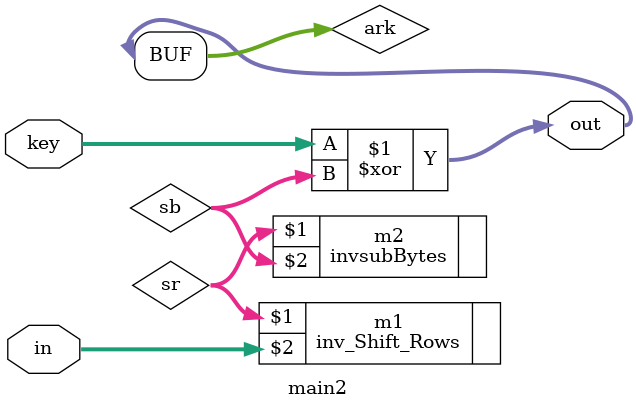
<source format=v>
module main2(
input [127:0]in,
input [127:0]key,
output [127:0]out
);

wire [127:0] sb,sr,mcl,ark;
	 
	
inv_Shift_Rows m1(sr,in);//reversed inputs
invsubBytes m2(sr,sb);
assign ark=key^sb;
//inv_MixColumns m3(ark,mcl);

assign out = ark;
endmodule

</source>
